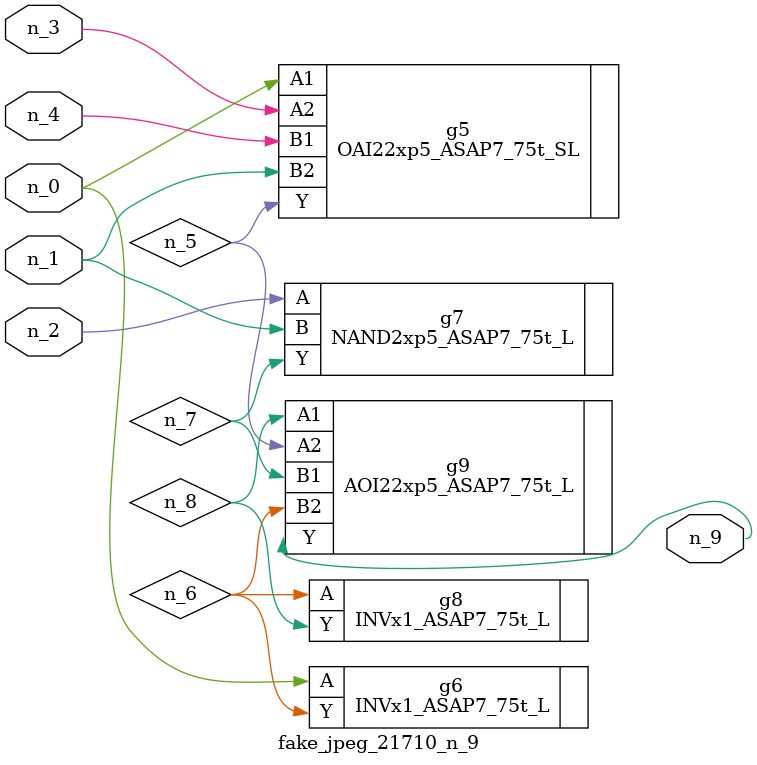
<source format=v>
module fake_jpeg_21710_n_9 (n_3, n_2, n_1, n_0, n_4, n_9);

input n_3;
input n_2;
input n_1;
input n_0;
input n_4;

output n_9;

wire n_8;
wire n_6;
wire n_5;
wire n_7;

OAI22xp5_ASAP7_75t_SL g5 ( 
.A1(n_0),
.A2(n_3),
.B1(n_4),
.B2(n_1),
.Y(n_5)
);

INVx1_ASAP7_75t_L g6 ( 
.A(n_0),
.Y(n_6)
);

NAND2xp5_ASAP7_75t_L g7 ( 
.A(n_2),
.B(n_1),
.Y(n_7)
);

INVx1_ASAP7_75t_L g8 ( 
.A(n_6),
.Y(n_8)
);

AOI22xp5_ASAP7_75t_L g9 ( 
.A1(n_8),
.A2(n_5),
.B1(n_7),
.B2(n_6),
.Y(n_9)
);


endmodule
</source>
